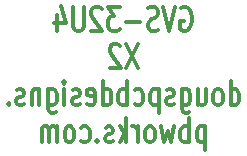
<source format=gbo>
G04 (created by PCBNEW (2013-03-19 BZR 4004)-stable) date 5/7/2013 2:04:26 PM*
%MOIN*%
G04 Gerber Fmt 3.4, Leading zero omitted, Abs format*
%FSLAX34Y34*%
G01*
G70*
G90*
G04 APERTURE LIST*
%ADD10C,2.3622e-006*%
%ADD11C,0.012*%
G04 APERTURE END LIST*
G54D10*
G54D11*
X60628Y-38261D02*
X60685Y-38223D01*
X60771Y-38223D01*
X60857Y-38261D01*
X60914Y-38338D01*
X60942Y-38414D01*
X60971Y-38566D01*
X60971Y-38680D01*
X60942Y-38833D01*
X60914Y-38909D01*
X60857Y-38985D01*
X60771Y-39023D01*
X60714Y-39023D01*
X60628Y-38985D01*
X60600Y-38947D01*
X60600Y-38680D01*
X60714Y-38680D01*
X60428Y-38223D02*
X60228Y-39023D01*
X60028Y-38223D01*
X59857Y-38985D02*
X59771Y-39023D01*
X59628Y-39023D01*
X59571Y-38985D01*
X59542Y-38947D01*
X59514Y-38871D01*
X59514Y-38795D01*
X59542Y-38719D01*
X59571Y-38680D01*
X59628Y-38642D01*
X59742Y-38604D01*
X59800Y-38566D01*
X59828Y-38528D01*
X59857Y-38452D01*
X59857Y-38376D01*
X59828Y-38300D01*
X59800Y-38261D01*
X59742Y-38223D01*
X59600Y-38223D01*
X59514Y-38261D01*
X59257Y-38719D02*
X58800Y-38719D01*
X58571Y-38223D02*
X58200Y-38223D01*
X58400Y-38528D01*
X58314Y-38528D01*
X58257Y-38566D01*
X58228Y-38604D01*
X58200Y-38680D01*
X58200Y-38871D01*
X58228Y-38947D01*
X58257Y-38985D01*
X58314Y-39023D01*
X58485Y-39023D01*
X58542Y-38985D01*
X58571Y-38947D01*
X57971Y-38300D02*
X57942Y-38261D01*
X57885Y-38223D01*
X57742Y-38223D01*
X57685Y-38261D01*
X57657Y-38300D01*
X57628Y-38376D01*
X57628Y-38452D01*
X57657Y-38566D01*
X58000Y-39023D01*
X57628Y-39023D01*
X57371Y-38223D02*
X57371Y-38871D01*
X57342Y-38947D01*
X57314Y-38985D01*
X57257Y-39023D01*
X57142Y-39023D01*
X57085Y-38985D01*
X57057Y-38947D01*
X57028Y-38871D01*
X57028Y-38223D01*
X56485Y-38490D02*
X56485Y-39023D01*
X56628Y-38185D02*
X56771Y-38757D01*
X56400Y-38757D01*
X59185Y-39463D02*
X58785Y-40263D01*
X58785Y-39463D02*
X59185Y-40263D01*
X58585Y-39540D02*
X58557Y-39501D01*
X58500Y-39463D01*
X58357Y-39463D01*
X58300Y-39501D01*
X58271Y-39540D01*
X58242Y-39616D01*
X58242Y-39692D01*
X58271Y-39806D01*
X58614Y-40263D01*
X58242Y-40263D01*
X62271Y-41503D02*
X62271Y-40703D01*
X62271Y-41465D02*
X62328Y-41503D01*
X62442Y-41503D01*
X62499Y-41465D01*
X62528Y-41427D01*
X62557Y-41351D01*
X62557Y-41122D01*
X62528Y-41046D01*
X62499Y-41008D01*
X62442Y-40970D01*
X62328Y-40970D01*
X62271Y-41008D01*
X61899Y-41503D02*
X61957Y-41465D01*
X61985Y-41427D01*
X62014Y-41351D01*
X62014Y-41122D01*
X61985Y-41046D01*
X61957Y-41008D01*
X61899Y-40970D01*
X61814Y-40970D01*
X61757Y-41008D01*
X61728Y-41046D01*
X61699Y-41122D01*
X61699Y-41351D01*
X61728Y-41427D01*
X61757Y-41465D01*
X61814Y-41503D01*
X61899Y-41503D01*
X61185Y-40970D02*
X61185Y-41503D01*
X61442Y-40970D02*
X61442Y-41389D01*
X61414Y-41465D01*
X61357Y-41503D01*
X61271Y-41503D01*
X61214Y-41465D01*
X61185Y-41427D01*
X60642Y-40970D02*
X60642Y-41618D01*
X60671Y-41694D01*
X60699Y-41732D01*
X60757Y-41770D01*
X60842Y-41770D01*
X60899Y-41732D01*
X60642Y-41465D02*
X60699Y-41503D01*
X60814Y-41503D01*
X60871Y-41465D01*
X60899Y-41427D01*
X60928Y-41351D01*
X60928Y-41122D01*
X60899Y-41046D01*
X60871Y-41008D01*
X60814Y-40970D01*
X60699Y-40970D01*
X60642Y-41008D01*
X60385Y-41465D02*
X60328Y-41503D01*
X60214Y-41503D01*
X60157Y-41465D01*
X60128Y-41389D01*
X60128Y-41351D01*
X60157Y-41275D01*
X60214Y-41237D01*
X60299Y-41237D01*
X60357Y-41199D01*
X60385Y-41122D01*
X60385Y-41084D01*
X60357Y-41008D01*
X60299Y-40970D01*
X60214Y-40970D01*
X60157Y-41008D01*
X59871Y-40970D02*
X59871Y-41770D01*
X59871Y-41008D02*
X59814Y-40970D01*
X59699Y-40970D01*
X59642Y-41008D01*
X59614Y-41046D01*
X59585Y-41122D01*
X59585Y-41351D01*
X59614Y-41427D01*
X59642Y-41465D01*
X59699Y-41503D01*
X59814Y-41503D01*
X59871Y-41465D01*
X59071Y-41465D02*
X59128Y-41503D01*
X59242Y-41503D01*
X59299Y-41465D01*
X59328Y-41427D01*
X59357Y-41351D01*
X59357Y-41122D01*
X59328Y-41046D01*
X59299Y-41008D01*
X59242Y-40970D01*
X59128Y-40970D01*
X59071Y-41008D01*
X58814Y-41503D02*
X58814Y-40703D01*
X58814Y-41008D02*
X58757Y-40970D01*
X58642Y-40970D01*
X58585Y-41008D01*
X58557Y-41046D01*
X58528Y-41122D01*
X58528Y-41351D01*
X58557Y-41427D01*
X58585Y-41465D01*
X58642Y-41503D01*
X58757Y-41503D01*
X58814Y-41465D01*
X58014Y-41503D02*
X58014Y-40703D01*
X58014Y-41465D02*
X58071Y-41503D01*
X58185Y-41503D01*
X58242Y-41465D01*
X58271Y-41427D01*
X58299Y-41351D01*
X58299Y-41122D01*
X58271Y-41046D01*
X58242Y-41008D01*
X58185Y-40970D01*
X58071Y-40970D01*
X58014Y-41008D01*
X57499Y-41465D02*
X57557Y-41503D01*
X57671Y-41503D01*
X57728Y-41465D01*
X57757Y-41389D01*
X57757Y-41084D01*
X57728Y-41008D01*
X57671Y-40970D01*
X57557Y-40970D01*
X57499Y-41008D01*
X57471Y-41084D01*
X57471Y-41160D01*
X57757Y-41237D01*
X57242Y-41465D02*
X57185Y-41503D01*
X57071Y-41503D01*
X57014Y-41465D01*
X56985Y-41389D01*
X56985Y-41351D01*
X57014Y-41275D01*
X57071Y-41237D01*
X57157Y-41237D01*
X57214Y-41199D01*
X57242Y-41122D01*
X57242Y-41084D01*
X57214Y-41008D01*
X57157Y-40970D01*
X57071Y-40970D01*
X57014Y-41008D01*
X56728Y-41503D02*
X56728Y-40970D01*
X56728Y-40703D02*
X56757Y-40741D01*
X56728Y-40780D01*
X56699Y-40741D01*
X56728Y-40703D01*
X56728Y-40780D01*
X56185Y-40970D02*
X56185Y-41618D01*
X56214Y-41694D01*
X56242Y-41732D01*
X56300Y-41770D01*
X56385Y-41770D01*
X56442Y-41732D01*
X56185Y-41465D02*
X56242Y-41503D01*
X56357Y-41503D01*
X56414Y-41465D01*
X56442Y-41427D01*
X56471Y-41351D01*
X56471Y-41122D01*
X56442Y-41046D01*
X56414Y-41008D01*
X56357Y-40970D01*
X56242Y-40970D01*
X56185Y-41008D01*
X55900Y-40970D02*
X55900Y-41503D01*
X55900Y-41046D02*
X55871Y-41008D01*
X55814Y-40970D01*
X55728Y-40970D01*
X55671Y-41008D01*
X55642Y-41084D01*
X55642Y-41503D01*
X55385Y-41465D02*
X55328Y-41503D01*
X55214Y-41503D01*
X55157Y-41465D01*
X55128Y-41389D01*
X55128Y-41351D01*
X55157Y-41275D01*
X55214Y-41237D01*
X55300Y-41237D01*
X55357Y-41199D01*
X55385Y-41122D01*
X55385Y-41084D01*
X55357Y-41008D01*
X55300Y-40970D01*
X55214Y-40970D01*
X55157Y-41008D01*
X54871Y-41427D02*
X54842Y-41465D01*
X54871Y-41503D01*
X54900Y-41465D01*
X54871Y-41427D01*
X54871Y-41503D01*
X61428Y-42210D02*
X61428Y-43010D01*
X61428Y-42248D02*
X61371Y-42210D01*
X61257Y-42210D01*
X61199Y-42248D01*
X61171Y-42286D01*
X61142Y-42362D01*
X61142Y-42591D01*
X61171Y-42667D01*
X61199Y-42705D01*
X61257Y-42743D01*
X61371Y-42743D01*
X61428Y-42705D01*
X60885Y-42743D02*
X60885Y-41943D01*
X60885Y-42248D02*
X60828Y-42210D01*
X60714Y-42210D01*
X60657Y-42248D01*
X60628Y-42286D01*
X60600Y-42362D01*
X60600Y-42591D01*
X60628Y-42667D01*
X60657Y-42705D01*
X60714Y-42743D01*
X60828Y-42743D01*
X60885Y-42705D01*
X60400Y-42210D02*
X60285Y-42743D01*
X60171Y-42362D01*
X60057Y-42743D01*
X59942Y-42210D01*
X59628Y-42743D02*
X59685Y-42705D01*
X59714Y-42667D01*
X59742Y-42591D01*
X59742Y-42362D01*
X59714Y-42286D01*
X59685Y-42248D01*
X59628Y-42210D01*
X59542Y-42210D01*
X59485Y-42248D01*
X59457Y-42286D01*
X59428Y-42362D01*
X59428Y-42591D01*
X59457Y-42667D01*
X59485Y-42705D01*
X59542Y-42743D01*
X59628Y-42743D01*
X59171Y-42743D02*
X59171Y-42210D01*
X59171Y-42362D02*
X59142Y-42286D01*
X59114Y-42248D01*
X59057Y-42210D01*
X59000Y-42210D01*
X58800Y-42743D02*
X58800Y-41943D01*
X58742Y-42439D02*
X58571Y-42743D01*
X58571Y-42210D02*
X58800Y-42515D01*
X58342Y-42705D02*
X58285Y-42743D01*
X58171Y-42743D01*
X58114Y-42705D01*
X58085Y-42629D01*
X58085Y-42591D01*
X58114Y-42515D01*
X58171Y-42477D01*
X58257Y-42477D01*
X58314Y-42439D01*
X58342Y-42362D01*
X58342Y-42324D01*
X58314Y-42248D01*
X58257Y-42210D01*
X58171Y-42210D01*
X58114Y-42248D01*
X57828Y-42667D02*
X57800Y-42705D01*
X57828Y-42743D01*
X57857Y-42705D01*
X57828Y-42667D01*
X57828Y-42743D01*
X57285Y-42705D02*
X57342Y-42743D01*
X57457Y-42743D01*
X57514Y-42705D01*
X57542Y-42667D01*
X57571Y-42591D01*
X57571Y-42362D01*
X57542Y-42286D01*
X57514Y-42248D01*
X57457Y-42210D01*
X57342Y-42210D01*
X57285Y-42248D01*
X56942Y-42743D02*
X57000Y-42705D01*
X57028Y-42667D01*
X57057Y-42591D01*
X57057Y-42362D01*
X57028Y-42286D01*
X57000Y-42248D01*
X56942Y-42210D01*
X56857Y-42210D01*
X56800Y-42248D01*
X56771Y-42286D01*
X56742Y-42362D01*
X56742Y-42591D01*
X56771Y-42667D01*
X56800Y-42705D01*
X56857Y-42743D01*
X56942Y-42743D01*
X56485Y-42743D02*
X56485Y-42210D01*
X56485Y-42286D02*
X56457Y-42248D01*
X56400Y-42210D01*
X56314Y-42210D01*
X56257Y-42248D01*
X56228Y-42324D01*
X56228Y-42743D01*
X56228Y-42324D02*
X56200Y-42248D01*
X56142Y-42210D01*
X56057Y-42210D01*
X56000Y-42248D01*
X55971Y-42324D01*
X55971Y-42743D01*
M02*

</source>
